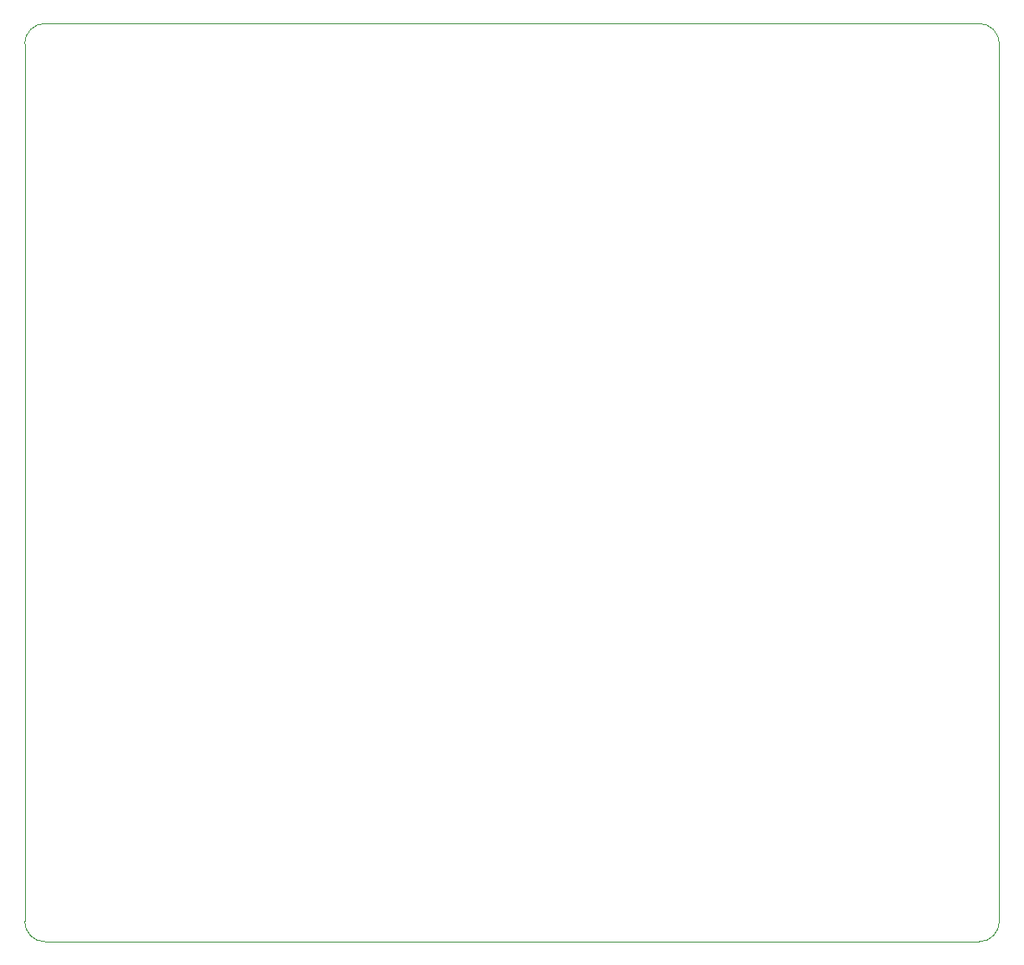
<source format=gbr>
%TF.GenerationSoftware,KiCad,Pcbnew,(5.1.10)-1*%
%TF.CreationDate,2021-08-21T13:40:32+02:00*%
%TF.ProjectId,CarteRobot-Teensy,43617274-6552-46f6-926f-742d5465656e,rev?*%
%TF.SameCoordinates,Original*%
%TF.FileFunction,Profile,NP*%
%FSLAX46Y46*%
G04 Gerber Fmt 4.6, Leading zero omitted, Abs format (unit mm)*
G04 Created by KiCad (PCBNEW (5.1.10)-1) date 2021-08-21 13:40:32*
%MOMM*%
%LPD*%
G01*
G04 APERTURE LIST*
%TA.AperFunction,Profile*%
%ADD10C,0.050000*%
%TD*%
G04 APERTURE END LIST*
D10*
X54500000Y-52000000D02*
G75*
G02*
X56500000Y-50000000I2000000J0D01*
G01*
X56500000Y-50000000D02*
X148000000Y-50000000D01*
X150000000Y-138000000D02*
G75*
G02*
X148000000Y-140000000I-2000000J0D01*
G01*
X150000000Y-52000000D02*
X150000000Y-138000000D01*
X54500000Y-138000000D02*
X54500000Y-52000000D01*
X148000000Y-50000000D02*
G75*
G02*
X150000000Y-52000000I0J-2000000D01*
G01*
X56500000Y-140000000D02*
G75*
G02*
X54500000Y-138000000I0J2000000D01*
G01*
X148000000Y-140000000D02*
X56500000Y-140000000D01*
M02*

</source>
